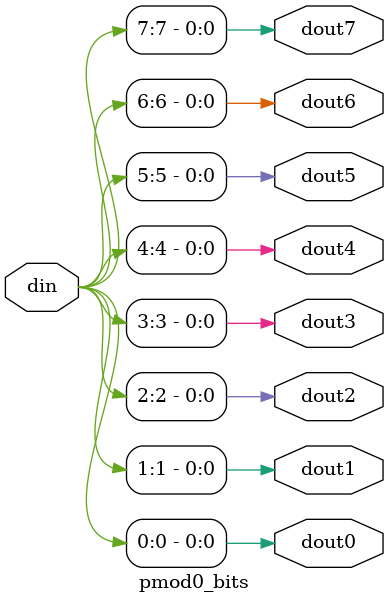
<source format=v>
`timescale 1ns / 1ps
module pmod0_bits(
    input	[7:0]	din		,
    output			dout0	,
    output 			dout1	,
    output 			dout2	,
    output 			dout3	,
    output			dout4	,
    output 			dout5	,
    output 			dout6	,
    output 			dout7
    );

assign dout0 = din[0];
assign dout1 = din[1];
assign dout2 = din[2];
assign dout3 = din[3];
assign dout4 = din[4];
assign dout5 = din[5];
assign dout6 = din[6];
assign dout7 = din[7];

endmodule

</source>
